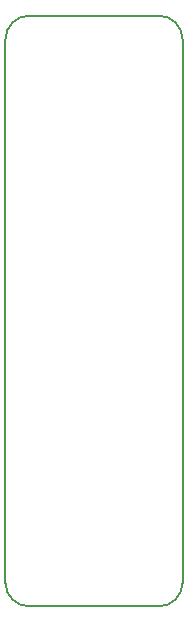
<source format=gko>
G04 #@! TF.GenerationSoftware,KiCad,Pcbnew,(5.1.10)-1*
G04 #@! TF.CreationDate,2021-09-22T20:54:56-07:00*
G04 #@! TF.ProjectId,project,70726f6a-6563-4742-9e6b-696361645f70,rev?*
G04 #@! TF.SameCoordinates,Original*
G04 #@! TF.FileFunction,Profile,NP*
%FSLAX46Y46*%
G04 Gerber Fmt 4.6, Leading zero omitted, Abs format (unit mm)*
G04 Created by KiCad (PCBNEW (5.1.10)-1) date 2021-09-22 20:54:56*
%MOMM*%
%LPD*%
G01*
G04 APERTURE LIST*
G04 #@! TA.AperFunction,Profile*
%ADD10C,0.150000*%
G04 #@! TD*
G04 APERTURE END LIST*
D10*
X196000000Y-95000000D02*
X196000000Y-49000000D01*
X211000000Y-95000000D02*
X211000000Y-82000000D01*
X198000000Y-97000000D02*
X209000000Y-97000000D01*
X199000000Y-47000000D02*
X198000000Y-47000000D01*
X198000000Y-97000000D02*
G75*
G02*
X196000000Y-95000000I0J2000000D01*
G01*
X211000000Y-95000000D02*
G75*
G02*
X209000000Y-97000000I-2000000J0D01*
G01*
X196000000Y-49000000D02*
G75*
G02*
X198000000Y-47000000I2000000J0D01*
G01*
X209000000Y-47000000D02*
G75*
G02*
X211000000Y-49000000I0J-2000000D01*
G01*
X211000000Y-82000000D02*
X211000000Y-49000000D01*
X199000000Y-47000000D02*
X209000000Y-47000000D01*
M02*

</source>
